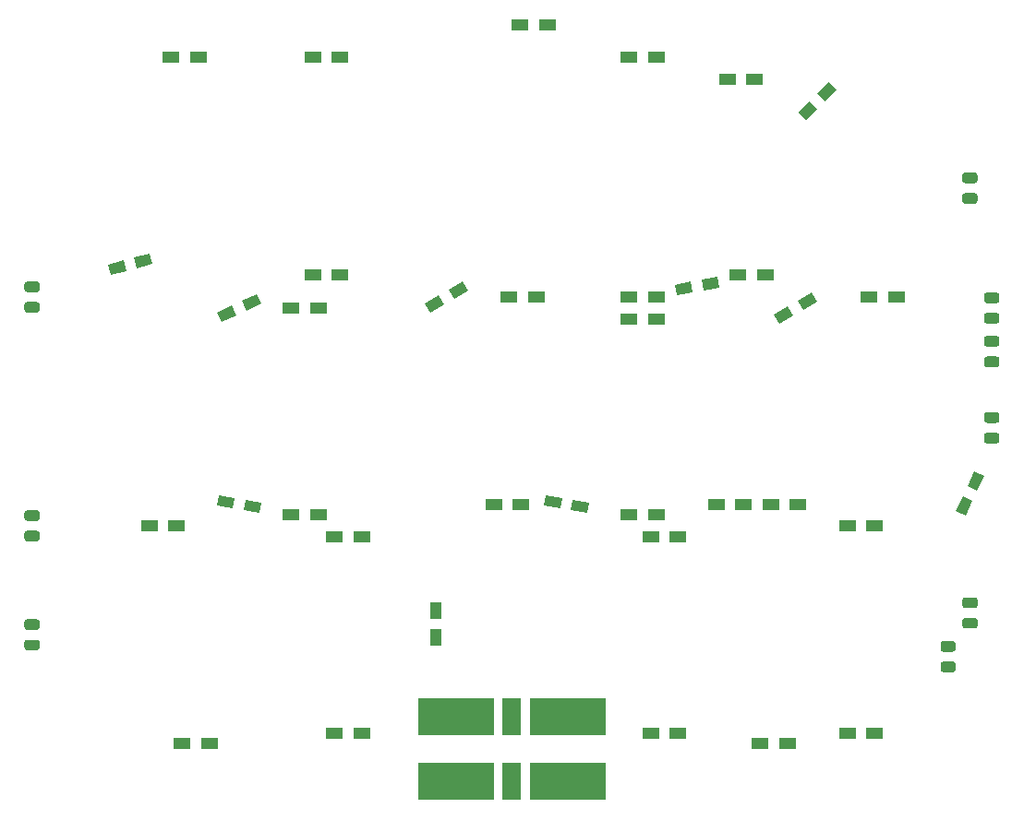
<source format=gbr>
%TF.GenerationSoftware,KiCad,Pcbnew,5.1.7-a382d34a8~88~ubuntu20.04.1*%
%TF.CreationDate,2021-01-12T19:29:10-08:00*%
%TF.ProjectId,kindcalmsafe,6b696e64-6361-46c6-9d73-6166652e6b69,rev?*%
%TF.SameCoordinates,Original*%
%TF.FileFunction,Paste,Bot*%
%TF.FilePolarity,Positive*%
%FSLAX46Y46*%
G04 Gerber Fmt 4.6, Leading zero omitted, Abs format (unit mm)*
G04 Created by KiCad (PCBNEW 5.1.7-a382d34a8~88~ubuntu20.04.1) date 2021-01-12 19:29:10*
%MOMM*%
%LPD*%
G01*
G04 APERTURE LIST*
%ADD10R,1.500000X1.000000*%
%ADD11C,0.100000*%
%ADD12R,1.000000X1.500000*%
%ADD13R,6.908800X3.454400*%
%ADD14R,1.727200X3.454400*%
G04 APERTURE END LIST*
%TO.C,R2*%
G36*
G01*
X142456250Y-74550000D02*
X141543750Y-74550000D01*
G75*
G02*
X141300000Y-74306250I0J243750D01*
G01*
X141300000Y-73818750D01*
G75*
G02*
X141543750Y-73575000I243750J0D01*
G01*
X142456250Y-73575000D01*
G75*
G02*
X142700000Y-73818750I0J-243750D01*
G01*
X142700000Y-74306250D01*
G75*
G02*
X142456250Y-74550000I-243750J0D01*
G01*
G37*
G36*
G01*
X142456250Y-76425000D02*
X141543750Y-76425000D01*
G75*
G02*
X141300000Y-76181250I0J243750D01*
G01*
X141300000Y-75693750D01*
G75*
G02*
X141543750Y-75450000I243750J0D01*
G01*
X142456250Y-75450000D01*
G75*
G02*
X142700000Y-75693750I0J-243750D01*
G01*
X142700000Y-76181250D01*
G75*
G02*
X142456250Y-76425000I-243750J0D01*
G01*
G37*
%TD*%
%TO.C,R9*%
G36*
G01*
X140456250Y-117550000D02*
X139543750Y-117550000D01*
G75*
G02*
X139300000Y-117306250I0J243750D01*
G01*
X139300000Y-116818750D01*
G75*
G02*
X139543750Y-116575000I243750J0D01*
G01*
X140456250Y-116575000D01*
G75*
G02*
X140700000Y-116818750I0J-243750D01*
G01*
X140700000Y-117306250D01*
G75*
G02*
X140456250Y-117550000I-243750J0D01*
G01*
G37*
G36*
G01*
X140456250Y-119425000D02*
X139543750Y-119425000D01*
G75*
G02*
X139300000Y-119181250I0J243750D01*
G01*
X139300000Y-118693750D01*
G75*
G02*
X139543750Y-118450000I243750J0D01*
G01*
X140456250Y-118450000D01*
G75*
G02*
X140700000Y-118693750I0J-243750D01*
G01*
X140700000Y-119181250D01*
G75*
G02*
X140456250Y-119425000I-243750J0D01*
G01*
G37*
%TD*%
%TO.C,R8*%
G36*
G01*
X142456250Y-113550000D02*
X141543750Y-113550000D01*
G75*
G02*
X141300000Y-113306250I0J243750D01*
G01*
X141300000Y-112818750D01*
G75*
G02*
X141543750Y-112575000I243750J0D01*
G01*
X142456250Y-112575000D01*
G75*
G02*
X142700000Y-112818750I0J-243750D01*
G01*
X142700000Y-113306250D01*
G75*
G02*
X142456250Y-113550000I-243750J0D01*
G01*
G37*
G36*
G01*
X142456250Y-115425000D02*
X141543750Y-115425000D01*
G75*
G02*
X141300000Y-115181250I0J243750D01*
G01*
X141300000Y-114693750D01*
G75*
G02*
X141543750Y-114450000I243750J0D01*
G01*
X142456250Y-114450000D01*
G75*
G02*
X142700000Y-114693750I0J-243750D01*
G01*
X142700000Y-115181250D01*
G75*
G02*
X142456250Y-115425000I-243750J0D01*
G01*
G37*
%TD*%
%TO.C,R7*%
G36*
G01*
X55543750Y-116450000D02*
X56456250Y-116450000D01*
G75*
G02*
X56700000Y-116693750I0J-243750D01*
G01*
X56700000Y-117181250D01*
G75*
G02*
X56456250Y-117425000I-243750J0D01*
G01*
X55543750Y-117425000D01*
G75*
G02*
X55300000Y-117181250I0J243750D01*
G01*
X55300000Y-116693750D01*
G75*
G02*
X55543750Y-116450000I243750J0D01*
G01*
G37*
G36*
G01*
X55543750Y-114575000D02*
X56456250Y-114575000D01*
G75*
G02*
X56700000Y-114818750I0J-243750D01*
G01*
X56700000Y-115306250D01*
G75*
G02*
X56456250Y-115550000I-243750J0D01*
G01*
X55543750Y-115550000D01*
G75*
G02*
X55300000Y-115306250I0J243750D01*
G01*
X55300000Y-114818750D01*
G75*
G02*
X55543750Y-114575000I243750J0D01*
G01*
G37*
%TD*%
%TO.C,R6*%
G36*
G01*
X144456250Y-96550000D02*
X143543750Y-96550000D01*
G75*
G02*
X143300000Y-96306250I0J243750D01*
G01*
X143300000Y-95818750D01*
G75*
G02*
X143543750Y-95575000I243750J0D01*
G01*
X144456250Y-95575000D01*
G75*
G02*
X144700000Y-95818750I0J-243750D01*
G01*
X144700000Y-96306250D01*
G75*
G02*
X144456250Y-96550000I-243750J0D01*
G01*
G37*
G36*
G01*
X144456250Y-98425000D02*
X143543750Y-98425000D01*
G75*
G02*
X143300000Y-98181250I0J243750D01*
G01*
X143300000Y-97693750D01*
G75*
G02*
X143543750Y-97450000I243750J0D01*
G01*
X144456250Y-97450000D01*
G75*
G02*
X144700000Y-97693750I0J-243750D01*
G01*
X144700000Y-98181250D01*
G75*
G02*
X144456250Y-98425000I-243750J0D01*
G01*
G37*
%TD*%
%TO.C,R5*%
G36*
G01*
X144456250Y-89550000D02*
X143543750Y-89550000D01*
G75*
G02*
X143300000Y-89306250I0J243750D01*
G01*
X143300000Y-88818750D01*
G75*
G02*
X143543750Y-88575000I243750J0D01*
G01*
X144456250Y-88575000D01*
G75*
G02*
X144700000Y-88818750I0J-243750D01*
G01*
X144700000Y-89306250D01*
G75*
G02*
X144456250Y-89550000I-243750J0D01*
G01*
G37*
G36*
G01*
X144456250Y-91425000D02*
X143543750Y-91425000D01*
G75*
G02*
X143300000Y-91181250I0J243750D01*
G01*
X143300000Y-90693750D01*
G75*
G02*
X143543750Y-90450000I243750J0D01*
G01*
X144456250Y-90450000D01*
G75*
G02*
X144700000Y-90693750I0J-243750D01*
G01*
X144700000Y-91181250D01*
G75*
G02*
X144456250Y-91425000I-243750J0D01*
G01*
G37*
%TD*%
%TO.C,R4*%
G36*
G01*
X144456250Y-85550000D02*
X143543750Y-85550000D01*
G75*
G02*
X143300000Y-85306250I0J243750D01*
G01*
X143300000Y-84818750D01*
G75*
G02*
X143543750Y-84575000I243750J0D01*
G01*
X144456250Y-84575000D01*
G75*
G02*
X144700000Y-84818750I0J-243750D01*
G01*
X144700000Y-85306250D01*
G75*
G02*
X144456250Y-85550000I-243750J0D01*
G01*
G37*
G36*
G01*
X144456250Y-87425000D02*
X143543750Y-87425000D01*
G75*
G02*
X143300000Y-87181250I0J243750D01*
G01*
X143300000Y-86693750D01*
G75*
G02*
X143543750Y-86450000I243750J0D01*
G01*
X144456250Y-86450000D01*
G75*
G02*
X144700000Y-86693750I0J-243750D01*
G01*
X144700000Y-87181250D01*
G75*
G02*
X144456250Y-87425000I-243750J0D01*
G01*
G37*
%TD*%
%TO.C,R3*%
G36*
G01*
X56456250Y-105550000D02*
X55543750Y-105550000D01*
G75*
G02*
X55300000Y-105306250I0J243750D01*
G01*
X55300000Y-104818750D01*
G75*
G02*
X55543750Y-104575000I243750J0D01*
G01*
X56456250Y-104575000D01*
G75*
G02*
X56700000Y-104818750I0J-243750D01*
G01*
X56700000Y-105306250D01*
G75*
G02*
X56456250Y-105550000I-243750J0D01*
G01*
G37*
G36*
G01*
X56456250Y-107425000D02*
X55543750Y-107425000D01*
G75*
G02*
X55300000Y-107181250I0J243750D01*
G01*
X55300000Y-106693750D01*
G75*
G02*
X55543750Y-106450000I243750J0D01*
G01*
X56456250Y-106450000D01*
G75*
G02*
X56700000Y-106693750I0J-243750D01*
G01*
X56700000Y-107181250D01*
G75*
G02*
X56456250Y-107425000I-243750J0D01*
G01*
G37*
%TD*%
%TO.C,R1*%
G36*
G01*
X56456250Y-84550000D02*
X55543750Y-84550000D01*
G75*
G02*
X55300000Y-84306250I0J243750D01*
G01*
X55300000Y-83818750D01*
G75*
G02*
X55543750Y-83575000I243750J0D01*
G01*
X56456250Y-83575000D01*
G75*
G02*
X56700000Y-83818750I0J-243750D01*
G01*
X56700000Y-84306250D01*
G75*
G02*
X56456250Y-84550000I-243750J0D01*
G01*
G37*
G36*
G01*
X56456250Y-86425000D02*
X55543750Y-86425000D01*
G75*
G02*
X55300000Y-86181250I0J243750D01*
G01*
X55300000Y-85693750D01*
G75*
G02*
X55543750Y-85450000I243750J0D01*
G01*
X56456250Y-85450000D01*
G75*
G02*
X56700000Y-85693750I0J-243750D01*
G01*
X56700000Y-86181250D01*
G75*
G02*
X56456250Y-86425000I-243750J0D01*
G01*
G37*
%TD*%
D10*
%TO.C,D36*%
X130750000Y-125000000D03*
X133250000Y-125000000D03*
%TD*%
%TO.C,D35*%
X122750000Y-126000000D03*
X125250000Y-126000000D03*
%TD*%
%TO.C,D34*%
X112750000Y-125000000D03*
X115250000Y-125000000D03*
%TD*%
%TO.C,D33*%
X133250000Y-106000000D03*
X130750000Y-106000000D03*
%TD*%
%TO.C,D32*%
X126250000Y-104000000D03*
X123750000Y-104000000D03*
%TD*%
%TO.C,D31*%
X115250000Y-107000000D03*
X112750000Y-107000000D03*
%TD*%
D11*
%TO.C,D30*%
G36*
X105579228Y-103594420D02*
G01*
X107056440Y-103854892D01*
X106882792Y-104839700D01*
X105405580Y-104579228D01*
X105579228Y-103594420D01*
G37*
G36*
X103117208Y-103160300D02*
G01*
X104594420Y-103420772D01*
X104420772Y-104405580D01*
X102943560Y-104145108D01*
X103117208Y-103160300D01*
G37*
%TD*%
D12*
%TO.C,D29*%
X93000000Y-113750000D03*
X93000000Y-116250000D03*
%TD*%
D10*
%TO.C,D28*%
X83750000Y-125000000D03*
X86250000Y-125000000D03*
%TD*%
%TO.C,D27*%
X69750000Y-126000000D03*
X72250000Y-126000000D03*
%TD*%
%TO.C,D26*%
X86250000Y-107000000D03*
X83750000Y-107000000D03*
%TD*%
D11*
%TO.C,D25*%
G36*
X75579228Y-103594420D02*
G01*
X77056440Y-103854892D01*
X76882792Y-104839700D01*
X75405580Y-104579228D01*
X75579228Y-103594420D01*
G37*
G36*
X73117208Y-103160300D02*
G01*
X74594420Y-103420772D01*
X74420772Y-104405580D01*
X72943560Y-104145108D01*
X73117208Y-103160300D01*
G37*
%TD*%
%TO.C,D24*%
G36*
X142241845Y-103664463D02*
G01*
X141607917Y-105023925D01*
X140701609Y-104601307D01*
X141335537Y-103241845D01*
X142241845Y-103664463D01*
G37*
G36*
X143298391Y-101398693D02*
G01*
X142664463Y-102758155D01*
X141758155Y-102335537D01*
X142392083Y-100976075D01*
X143298391Y-101398693D01*
G37*
%TD*%
D10*
%TO.C,D23*%
X118750000Y-104000000D03*
X121250000Y-104000000D03*
%TD*%
%TO.C,D22*%
X110750000Y-105000000D03*
X113250000Y-105000000D03*
%TD*%
%TO.C,D21*%
X98350000Y-104000000D03*
X100850000Y-104000000D03*
%TD*%
D11*
%TO.C,D20*%
G36*
X126183013Y-85316987D02*
G01*
X127482051Y-84566987D01*
X127982051Y-85433013D01*
X126683013Y-86183013D01*
X126183013Y-85316987D01*
G37*
G36*
X124017949Y-86566987D02*
G01*
X125316987Y-85816987D01*
X125816987Y-86683013D01*
X124517949Y-87433013D01*
X124017949Y-86566987D01*
G37*
%TD*%
%TO.C,D19*%
G36*
X117405580Y-83420772D02*
G01*
X118882792Y-83160300D01*
X119056440Y-84145108D01*
X117579228Y-84405580D01*
X117405580Y-83420772D01*
G37*
G36*
X114943560Y-83854892D02*
G01*
X116420772Y-83594420D01*
X116594420Y-84579228D01*
X115117208Y-84839700D01*
X114943560Y-83854892D01*
G37*
%TD*%
D10*
%TO.C,D18*%
X113250000Y-87000000D03*
X110750000Y-87000000D03*
%TD*%
D11*
%TO.C,D17*%
G36*
X94183013Y-84316987D02*
G01*
X95482051Y-83566987D01*
X95982051Y-84433013D01*
X94683013Y-85183013D01*
X94183013Y-84316987D01*
G37*
G36*
X92017949Y-85566987D02*
G01*
X93316987Y-84816987D01*
X93816987Y-85683013D01*
X92517949Y-86433013D01*
X92017949Y-85566987D01*
G37*
%TD*%
D10*
%TO.C,D16*%
X132750000Y-85000000D03*
X135250000Y-85000000D03*
%TD*%
%TO.C,D15*%
X120750000Y-83000000D03*
X123250000Y-83000000D03*
%TD*%
%TO.C,D14*%
X110750000Y-85000000D03*
X113250000Y-85000000D03*
%TD*%
%TO.C,D13*%
X99750000Y-85000000D03*
X102250000Y-85000000D03*
%TD*%
%TO.C,D12*%
X79750000Y-105000000D03*
X82250000Y-105000000D03*
%TD*%
%TO.C,D11*%
X66750000Y-106000000D03*
X69250000Y-106000000D03*
%TD*%
%TO.C,D10*%
X82250000Y-86000000D03*
X79750000Y-86000000D03*
%TD*%
D11*
%TO.C,D9*%
G36*
X65353553Y-81387627D02*
G01*
X66802442Y-80999399D01*
X67061261Y-81965325D01*
X65612372Y-82353553D01*
X65353553Y-81387627D01*
G37*
G36*
X62938739Y-82034675D02*
G01*
X64387628Y-81646447D01*
X64646447Y-82612373D01*
X63197558Y-83000601D01*
X62938739Y-82034675D01*
G37*
%TD*%
%TO.C,D8*%
G36*
X128000000Y-66292894D02*
G01*
X129060660Y-65232234D01*
X129767766Y-65939340D01*
X128707106Y-67000000D01*
X128000000Y-66292894D01*
G37*
G36*
X126232234Y-68060660D02*
G01*
X127292894Y-67000000D01*
X128000000Y-67707106D01*
X126939340Y-68767766D01*
X126232234Y-68060660D01*
G37*
%TD*%
D10*
%TO.C,D7*%
X122250000Y-65000000D03*
X119750000Y-65000000D03*
%TD*%
%TO.C,D6*%
X113250000Y-63000000D03*
X110750000Y-63000000D03*
%TD*%
%TO.C,D5*%
X103250000Y-60000000D03*
X100750000Y-60000000D03*
%TD*%
D11*
%TO.C,D4*%
G36*
X74758155Y-86664463D02*
G01*
X73398693Y-87298391D01*
X72976075Y-86392083D01*
X74335537Y-85758155D01*
X74758155Y-86664463D01*
G37*
G36*
X77023925Y-85607917D02*
G01*
X75664463Y-86241845D01*
X75241845Y-85335537D01*
X76601307Y-84701609D01*
X77023925Y-85607917D01*
G37*
%TD*%
D10*
%TO.C,D3*%
X81750000Y-83000000D03*
X84250000Y-83000000D03*
%TD*%
%TO.C,D2*%
X84250000Y-63000000D03*
X81750000Y-63000000D03*
%TD*%
%TO.C,D1*%
X71250000Y-63000000D03*
X68750000Y-63000000D03*
%TD*%
D13*
%TO.C,X1*%
X94869200Y-123482800D03*
X94869200Y-129477200D03*
D14*
X100000000Y-123482800D03*
X100000000Y-129477200D03*
D13*
X105130800Y-123482800D03*
X105130800Y-129477200D03*
%TD*%
M02*

</source>
